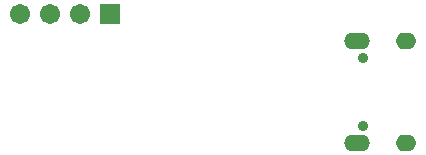
<source format=gbs>
G04*
G04 #@! TF.GenerationSoftware,Altium Limited,Altium Designer,21.8.1 (53)*
G04*
G04 Layer_Color=16711935*
%FSLAX44Y44*%
%MOMM*%
G71*
G04*
G04 #@! TF.SameCoordinates,173B3D81-F0AF-4075-A482-619B5BD7BC7F*
G04*
G04*
G04 #@! TF.FilePolarity,Negative*
G04*
G01*
G75*
%ADD38C,1.7032*%
%ADD39R,1.7032X1.7032*%
%ADD40O,1.7032X1.4032*%
%ADD41O,2.2032X1.4032*%
%ADD42C,0.9032*%
D38*
X-136800Y66000D02*
D03*
X-111400D02*
D03*
X-86000D02*
D03*
D39*
X-60600D02*
D03*
D40*
X190000Y43000D02*
D03*
Y-43500D02*
D03*
D41*
X148000Y43000D02*
D03*
X148000Y-43500D02*
D03*
D42*
X153202Y28652D02*
D03*
Y-29148D02*
D03*
M02*

</source>
